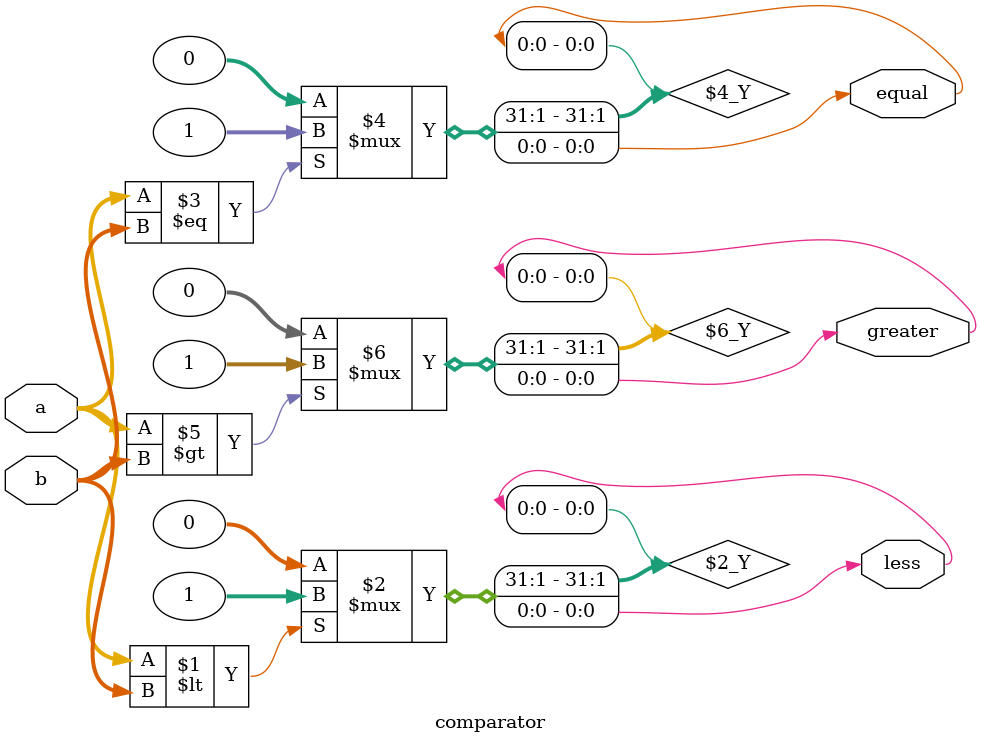
<source format=v>
module comparator(
	a,b,
	less,equal,greater
);

input[1:0] a,b;
output less, equal, greater;
	
wire[1:0] a, b;
wire less, equal, greater;


assign less = (a < b) ? 1 : 0;
assign equal = (a == b) ? 1 : 0;
assign greater = (a > b) ? 1 : 0;



endmodule


</source>
